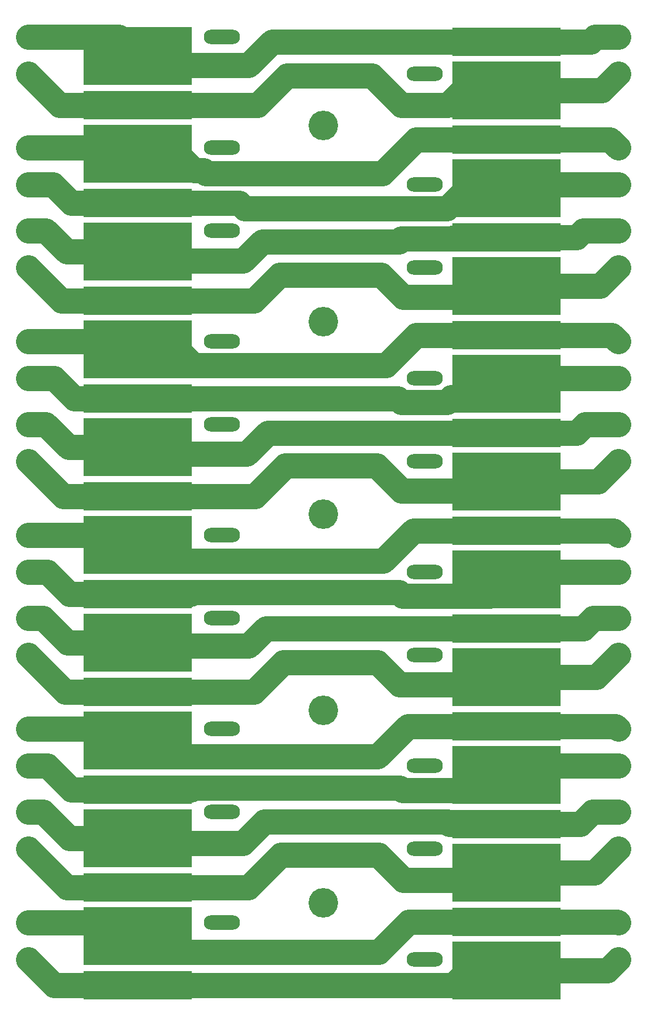
<source format=gbl>
G04 (created by PCBNEW (2013-jul-07)-stable) date Sat 03 Jan 2015 11:12:08 AM EET*
%MOIN*%
G04 Gerber Fmt 3.4, Leading zero omitted, Abs format*
%FSLAX34Y34*%
G01*
G70*
G90*
G04 APERTURE LIST*
%ADD10C,0.00590551*%
%ADD11R,0.07X0.07*%
%ADD12C,0.07*%
%ADD13O,0.19685X0.0787402*%
%ADD14O,0.0393701X0.0393701*%
%ADD15R,0.590551X0.314961*%
%ADD16R,0.590551X0.15748*%
%ADD17C,0.314961*%
%ADD18C,0.16*%
%ADD19C,0.137795*%
G04 APERTURE END LIST*
G54D10*
G54D11*
X99850Y-66550D03*
G54D12*
X99850Y-68550D03*
G54D11*
X67850Y-66550D03*
G54D12*
X67850Y-68550D03*
G54D11*
X99850Y-71050D03*
G54D12*
X99850Y-73050D03*
G54D11*
X67850Y-71050D03*
G54D12*
X67850Y-73050D03*
G54D11*
X99850Y-77050D03*
G54D12*
X99850Y-79050D03*
G54D11*
X67850Y-77050D03*
G54D12*
X67850Y-79050D03*
G54D11*
X99850Y-56050D03*
G54D12*
X99850Y-58050D03*
G54D11*
X67850Y-50050D03*
G54D12*
X67850Y-52050D03*
G54D11*
X99850Y-50050D03*
G54D12*
X99850Y-52050D03*
G54D11*
X67850Y-45550D03*
G54D12*
X67850Y-47550D03*
G54D11*
X99850Y-45550D03*
G54D12*
X99850Y-47550D03*
G54D11*
X67850Y-39550D03*
G54D12*
X67850Y-41550D03*
G54D11*
X99850Y-39550D03*
G54D12*
X99850Y-41550D03*
G54D11*
X67850Y-35050D03*
G54D12*
X67850Y-37050D03*
G54D11*
X99850Y-35050D03*
G54D12*
X99850Y-37050D03*
G54D11*
X67850Y-29050D03*
G54D12*
X67850Y-31050D03*
G54D11*
X99850Y-29050D03*
G54D12*
X99850Y-31050D03*
G54D11*
X67850Y-56050D03*
G54D12*
X67850Y-58050D03*
G54D11*
X99850Y-60550D03*
G54D12*
X99850Y-62550D03*
G54D11*
X67850Y-60550D03*
G54D12*
X67850Y-62550D03*
G54D13*
X78350Y-60550D03*
G54D14*
X78850Y-60550D03*
G54D13*
X89350Y-47550D03*
G54D14*
X88850Y-47550D03*
G54D13*
X78350Y-45550D03*
G54D14*
X78850Y-45550D03*
G54D13*
X89350Y-41550D03*
G54D14*
X88850Y-41550D03*
G54D13*
X89350Y-37050D03*
G54D14*
X88850Y-37050D03*
G54D13*
X89350Y-31050D03*
G54D14*
X88850Y-31050D03*
G54D13*
X78350Y-29050D03*
G54D14*
X78850Y-29050D03*
G54D13*
X78350Y-35050D03*
G54D14*
X78850Y-35050D03*
G54D13*
X78350Y-39550D03*
G54D14*
X78850Y-39550D03*
G54D13*
X89350Y-79050D03*
G54D14*
X88850Y-79050D03*
G54D13*
X89350Y-68550D03*
G54D14*
X88850Y-68550D03*
G54D13*
X78350Y-66550D03*
G54D14*
X78850Y-66550D03*
G54D13*
X78350Y-71050D03*
G54D14*
X78850Y-71050D03*
G54D13*
X78350Y-77050D03*
G54D14*
X78850Y-77050D03*
G54D13*
X89350Y-62550D03*
G54D14*
X88850Y-62550D03*
G54D13*
X89350Y-58050D03*
G54D14*
X88850Y-58050D03*
G54D13*
X89350Y-52050D03*
G54D14*
X88850Y-52050D03*
G54D13*
X78350Y-50050D03*
G54D14*
X78850Y-50050D03*
G54D13*
X78350Y-56050D03*
G54D14*
X78850Y-56050D03*
G54D13*
X89350Y-73050D03*
G54D14*
X88850Y-73050D03*
G54D15*
X93802Y-79656D03*
G54D16*
X93802Y-77006D03*
G54D17*
X93850Y-79650D03*
G54D15*
X93802Y-31956D03*
G54D16*
X93802Y-29306D03*
G54D17*
X93850Y-31950D03*
G54D15*
X93802Y-37256D03*
G54D16*
X93802Y-34606D03*
G54D17*
X93850Y-37250D03*
G54D15*
X93802Y-69056D03*
G54D16*
X93802Y-66406D03*
G54D17*
X93850Y-69050D03*
G54D15*
X93802Y-42556D03*
G54D16*
X93802Y-39906D03*
G54D17*
X93850Y-42550D03*
G54D15*
X93802Y-47856D03*
G54D16*
X93802Y-45206D03*
G54D17*
X93850Y-47850D03*
G54D15*
X93802Y-53156D03*
G54D16*
X93802Y-50506D03*
G54D17*
X93850Y-53150D03*
G54D15*
X93802Y-58456D03*
G54D16*
X93802Y-55806D03*
G54D17*
X93850Y-58450D03*
G54D15*
X93802Y-63756D03*
G54D16*
X93802Y-61106D03*
G54D17*
X93850Y-63750D03*
G54D15*
X93802Y-74356D03*
G54D16*
X93802Y-71706D03*
G54D17*
X93850Y-74350D03*
G54D15*
X73797Y-77793D03*
G54D16*
X73797Y-80443D03*
G54D17*
X73750Y-77800D03*
G54D15*
X73797Y-30093D03*
G54D16*
X73797Y-32743D03*
G54D17*
X73750Y-30100D03*
G54D15*
X73797Y-35393D03*
G54D16*
X73797Y-38043D03*
G54D17*
X73750Y-35400D03*
G54D15*
X73797Y-40693D03*
G54D16*
X73797Y-43343D03*
G54D17*
X73750Y-40700D03*
G54D15*
X73797Y-45993D03*
G54D16*
X73797Y-48643D03*
G54D17*
X73750Y-46000D03*
G54D15*
X73797Y-51293D03*
G54D16*
X73797Y-53943D03*
G54D17*
X73750Y-51300D03*
G54D15*
X73797Y-56593D03*
G54D16*
X73797Y-59243D03*
G54D17*
X73750Y-56600D03*
G54D15*
X73797Y-61893D03*
G54D16*
X73797Y-64543D03*
G54D17*
X73750Y-61900D03*
G54D15*
X73797Y-67193D03*
G54D16*
X73797Y-69843D03*
G54D17*
X73750Y-67200D03*
G54D15*
X73797Y-72493D03*
G54D16*
X73797Y-75143D03*
G54D17*
X73750Y-72500D03*
G54D18*
X83858Y-75984D03*
X83858Y-65551D03*
X83858Y-54921D03*
X83858Y-44488D03*
X83858Y-33858D03*
G54D19*
X73797Y-72493D02*
X70093Y-72493D01*
X68650Y-71050D02*
X67850Y-71050D01*
X70093Y-72493D02*
X68650Y-71050D01*
X73797Y-61893D02*
X69993Y-61893D01*
X68650Y-60550D02*
X67850Y-60550D01*
X69993Y-61893D02*
X68650Y-60550D01*
X73797Y-51293D02*
X70043Y-51293D01*
X68800Y-50050D02*
X67850Y-50050D01*
X70043Y-51293D02*
X68800Y-50050D01*
X73797Y-40693D02*
X69943Y-40693D01*
X68800Y-39550D02*
X67850Y-39550D01*
X69943Y-40693D02*
X68800Y-39550D01*
X67850Y-29050D02*
X72753Y-29050D01*
X72753Y-29050D02*
X73797Y-30093D01*
X67850Y-35050D02*
X73453Y-35050D01*
X73453Y-35050D02*
X73797Y-35393D01*
X67850Y-45550D02*
X73353Y-45550D01*
X73353Y-45550D02*
X73797Y-45993D01*
X67850Y-56050D02*
X73253Y-56050D01*
X73253Y-56050D02*
X73797Y-56593D01*
X67850Y-66550D02*
X73153Y-66550D01*
X73153Y-66550D02*
X73797Y-67193D01*
X67850Y-77050D02*
X73053Y-77050D01*
X73053Y-77050D02*
X73797Y-77793D01*
X93802Y-39906D02*
X97593Y-39906D01*
X97950Y-39550D02*
X99850Y-39550D01*
X97593Y-39906D02*
X97950Y-39550D01*
X93802Y-50506D02*
X97593Y-50506D01*
X98050Y-50050D02*
X99850Y-50050D01*
X97593Y-50506D02*
X98050Y-50050D01*
X93802Y-61106D02*
X97943Y-61106D01*
X98500Y-60550D02*
X99850Y-60550D01*
X97943Y-61106D02*
X98500Y-60550D01*
X93802Y-55806D02*
X99606Y-55806D01*
X99606Y-55806D02*
X99850Y-56050D01*
X93802Y-45206D02*
X99506Y-45206D01*
X99506Y-45206D02*
X99850Y-45550D01*
X93802Y-34606D02*
X99406Y-34606D01*
X99406Y-34606D02*
X99850Y-35050D01*
X93802Y-29306D02*
X98343Y-29306D01*
X98600Y-29050D02*
X99850Y-29050D01*
X98343Y-29306D02*
X98600Y-29050D01*
X93802Y-71706D02*
X97793Y-71706D01*
X98450Y-71050D02*
X99850Y-71050D01*
X97793Y-71706D02*
X98450Y-71050D01*
X93802Y-66406D02*
X99706Y-66406D01*
X99706Y-66406D02*
X99850Y-66550D01*
X93802Y-77006D02*
X99806Y-77006D01*
X99806Y-77006D02*
X99850Y-77050D01*
X93802Y-77006D02*
X88493Y-77006D01*
X74653Y-78650D02*
X73797Y-77793D01*
X86850Y-78650D02*
X74653Y-78650D01*
X88493Y-77006D02*
X86850Y-78650D01*
X93802Y-71706D02*
X90706Y-71706D01*
X74053Y-72750D02*
X73797Y-72493D01*
X79500Y-72750D02*
X74053Y-72750D01*
X80650Y-71600D02*
X79500Y-72750D01*
X90600Y-71600D02*
X80650Y-71600D01*
X90706Y-71706D02*
X90600Y-71600D01*
X93802Y-66406D02*
X88443Y-66406D01*
X74653Y-68050D02*
X73797Y-67193D01*
X86800Y-68050D02*
X74653Y-68050D01*
X88443Y-66406D02*
X86800Y-68050D01*
X93802Y-61106D02*
X80743Y-61106D01*
X73953Y-62050D02*
X73797Y-61893D01*
X79800Y-62050D02*
X73953Y-62050D01*
X80743Y-61106D02*
X79800Y-62050D01*
X93802Y-55806D02*
X88743Y-55806D01*
X74653Y-57450D02*
X73797Y-56593D01*
X87100Y-57450D02*
X74653Y-57450D01*
X88743Y-55806D02*
X87100Y-57450D01*
X93802Y-50506D02*
X80843Y-50506D01*
X74153Y-51650D02*
X73797Y-51293D01*
X79700Y-51650D02*
X74153Y-51650D01*
X80843Y-50506D02*
X79700Y-51650D01*
X73797Y-45993D02*
X75943Y-45993D01*
X88893Y-45206D02*
X93802Y-45206D01*
X87250Y-46850D02*
X88893Y-45206D01*
X76800Y-46850D02*
X87250Y-46850D01*
X75943Y-45993D02*
X76800Y-46850D01*
X93802Y-39906D02*
X90943Y-39906D01*
X74303Y-41200D02*
X73797Y-40693D01*
X79500Y-41200D02*
X74303Y-41200D01*
X80550Y-40150D02*
X79500Y-41200D01*
X87950Y-40150D02*
X80550Y-40150D01*
X88100Y-40000D02*
X87950Y-40150D01*
X90850Y-40000D02*
X88100Y-40000D01*
X90943Y-39906D02*
X90850Y-40000D01*
X93802Y-29306D02*
X81093Y-29306D01*
X74303Y-30600D02*
X73797Y-30093D01*
X79800Y-30600D02*
X74303Y-30600D01*
X81093Y-29306D02*
X79800Y-30600D01*
X73797Y-35393D02*
X75943Y-35393D01*
X88893Y-34606D02*
X93802Y-34606D01*
X87050Y-36450D02*
X88893Y-34606D01*
X77500Y-36450D02*
X87050Y-36450D01*
X77350Y-36300D02*
X77500Y-36450D01*
X76850Y-36300D02*
X77350Y-36300D01*
X75943Y-35393D02*
X76850Y-36300D01*
X73797Y-69843D02*
X70193Y-69843D01*
X68900Y-68550D02*
X67850Y-68550D01*
X70193Y-69843D02*
X68900Y-68550D01*
X73797Y-59243D02*
X70093Y-59243D01*
X68900Y-58050D02*
X67850Y-58050D01*
X70093Y-59243D02*
X68900Y-58050D01*
X73797Y-48643D02*
X70343Y-48643D01*
X69250Y-47550D02*
X67850Y-47550D01*
X70343Y-48643D02*
X69250Y-47550D01*
X73797Y-38043D02*
X70193Y-38043D01*
X69200Y-37050D02*
X67850Y-37050D01*
X70193Y-38043D02*
X69200Y-37050D01*
X73797Y-32743D02*
X69543Y-32743D01*
X69543Y-32743D02*
X67850Y-31050D01*
X73797Y-43343D02*
X69643Y-43343D01*
X69643Y-43343D02*
X67850Y-41550D01*
X73797Y-53943D02*
X69743Y-53943D01*
X69743Y-53943D02*
X67850Y-52050D01*
X73797Y-64543D02*
X69843Y-64543D01*
X69843Y-64543D02*
X67850Y-62550D01*
X73797Y-75143D02*
X69943Y-75143D01*
X69943Y-75143D02*
X67850Y-73050D01*
X73797Y-80443D02*
X69243Y-80443D01*
X69243Y-80443D02*
X67850Y-79050D01*
X99850Y-58050D02*
X94209Y-58050D01*
X94209Y-58050D02*
X93802Y-58456D01*
X99850Y-47550D02*
X94109Y-47550D01*
X94109Y-47550D02*
X93802Y-47856D01*
X99850Y-37050D02*
X94009Y-37050D01*
X94009Y-37050D02*
X93802Y-37256D01*
X93802Y-31956D02*
X98943Y-31956D01*
X98943Y-31956D02*
X99850Y-31050D01*
X93802Y-42556D02*
X98843Y-42556D01*
X98843Y-42556D02*
X99850Y-41550D01*
X93802Y-53156D02*
X98743Y-53156D01*
X98743Y-53156D02*
X99850Y-52050D01*
X93802Y-63756D02*
X98643Y-63756D01*
X98643Y-63756D02*
X99850Y-62550D01*
X99850Y-68550D02*
X94309Y-68550D01*
X94309Y-68550D02*
X93802Y-69056D01*
X93802Y-74356D02*
X98543Y-74356D01*
X98543Y-74356D02*
X99850Y-73050D01*
X93802Y-79656D02*
X99243Y-79656D01*
X99243Y-79656D02*
X99850Y-79050D01*
X73797Y-75143D02*
X79806Y-75143D01*
X93409Y-74750D02*
X93802Y-74356D01*
X88200Y-74750D02*
X93409Y-74750D01*
X86850Y-73400D02*
X88200Y-74750D01*
X81550Y-73400D02*
X86850Y-73400D01*
X79806Y-75143D02*
X81550Y-73400D01*
X73797Y-64543D02*
X80106Y-64543D01*
X93409Y-64150D02*
X93802Y-63756D01*
X88000Y-64150D02*
X93409Y-64150D01*
X86800Y-62950D02*
X88000Y-64150D01*
X81700Y-62950D02*
X86800Y-62950D01*
X80106Y-64543D02*
X81700Y-62950D01*
X73797Y-53943D02*
X80156Y-53943D01*
X93309Y-53650D02*
X93802Y-53156D01*
X88100Y-53650D02*
X93309Y-53650D01*
X86750Y-52300D02*
X88100Y-53650D01*
X81800Y-52300D02*
X86750Y-52300D01*
X80156Y-53943D02*
X81800Y-52300D01*
X73797Y-43343D02*
X80106Y-43343D01*
X93209Y-43150D02*
X93802Y-42556D01*
X88200Y-43150D02*
X93209Y-43150D01*
X87000Y-41950D02*
X88200Y-43150D01*
X81500Y-41950D02*
X87000Y-41950D01*
X80106Y-43343D02*
X81500Y-41950D01*
X73797Y-32743D02*
X80056Y-32743D01*
X91393Y-31956D02*
X93802Y-31956D01*
X90600Y-32750D02*
X91393Y-31956D01*
X88100Y-32750D02*
X90600Y-32750D01*
X86500Y-31150D02*
X88100Y-32750D01*
X81900Y-31150D02*
X86500Y-31150D01*
X80300Y-32750D02*
X81900Y-31150D01*
X80063Y-32750D02*
X80300Y-32750D01*
X80056Y-32743D02*
X80063Y-32750D01*
X93802Y-37256D02*
X91643Y-37256D01*
X79293Y-38043D02*
X73797Y-38043D01*
X79600Y-38350D02*
X79293Y-38043D01*
X90550Y-38350D02*
X79600Y-38350D01*
X91643Y-37256D02*
X90550Y-38350D01*
X73797Y-48643D02*
X87893Y-48643D01*
X93059Y-48600D02*
X93802Y-47856D01*
X90800Y-48600D02*
X93059Y-48600D01*
X90550Y-48850D02*
X90800Y-48600D01*
X88100Y-48850D02*
X90550Y-48850D01*
X87893Y-48643D02*
X88100Y-48850D01*
X73797Y-59243D02*
X76656Y-59243D01*
X92909Y-59350D02*
X93802Y-58456D01*
X88150Y-59350D02*
X92909Y-59350D01*
X87950Y-59150D02*
X88150Y-59350D01*
X76750Y-59150D02*
X87950Y-59150D01*
X76656Y-59243D02*
X76750Y-59150D01*
X73797Y-69843D02*
X76706Y-69843D01*
X92959Y-69900D02*
X93802Y-69056D01*
X88150Y-69900D02*
X92959Y-69900D01*
X88000Y-69750D02*
X88150Y-69900D01*
X76800Y-69750D02*
X88000Y-69750D01*
X76706Y-69843D02*
X76800Y-69750D01*
X73797Y-80443D02*
X87893Y-80443D01*
X91693Y-79656D02*
X90900Y-80450D01*
X90900Y-80450D02*
X87900Y-80450D01*
X91693Y-79656D02*
X93802Y-79656D01*
X87893Y-80443D02*
X87900Y-80450D01*
M02*

</source>
